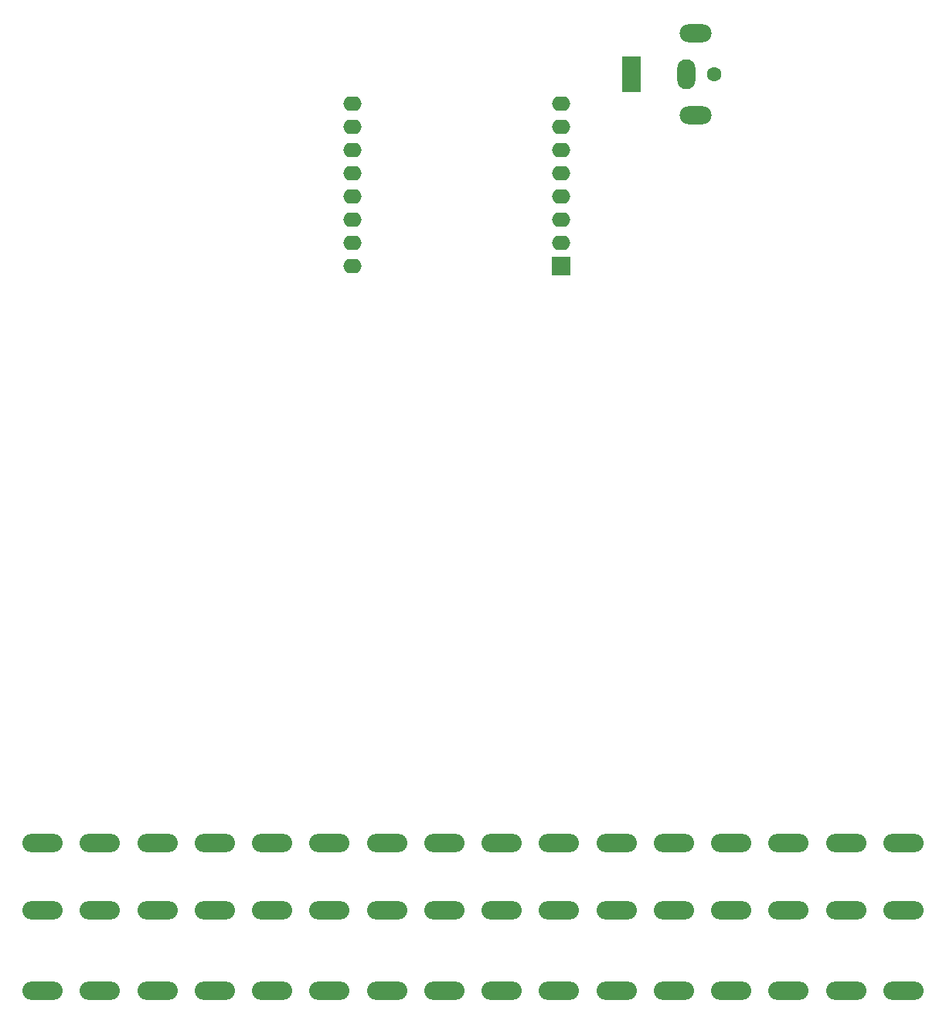
<source format=gbr>
%TF.GenerationSoftware,KiCad,Pcbnew,8.0.5*%
%TF.CreationDate,2025-03-09T15:17:30+08:00*%
%TF.ProjectId,hardware,68617264-7761-4726-952e-6b696361645f,rev?*%
%TF.SameCoordinates,Original*%
%TF.FileFunction,Soldermask,Bot*%
%TF.FilePolarity,Negative*%
%FSLAX46Y46*%
G04 Gerber Fmt 4.6, Leading zero omitted, Abs format (unit mm)*
G04 Created by KiCad (PCBNEW 8.0.5) date 2025-03-09 15:17:30*
%MOMM*%
%LPD*%
G01*
G04 APERTURE LIST*
%ADD10C,1.600000*%
%ADD11R,2.000000X4.000000*%
%ADD12O,2.000000X3.300000*%
%ADD13O,3.500000X2.000000*%
%ADD14R,2.000000X2.000000*%
%ADD15O,2.000000X1.600000*%
%ADD16O,4.404000X2.004000*%
G04 APERTURE END LIST*
D10*
%TO.C,J2*%
X246000000Y-49800000D03*
D11*
X237000000Y-49800000D03*
D12*
X243000000Y-49800000D03*
D13*
X244000000Y-54300000D03*
X244000000Y-45300000D03*
%TD*%
D14*
%TO.C,U1*%
X229290000Y-70800000D03*
D15*
X229290000Y-68260000D03*
X229290000Y-65720000D03*
X229290000Y-63180000D03*
X229290000Y-60640000D03*
X229290000Y-58100000D03*
X229290000Y-55560000D03*
X229290000Y-53020000D03*
X206430000Y-53020000D03*
X206430000Y-55560000D03*
X206430000Y-58100000D03*
X206430000Y-60640000D03*
X206430000Y-63180000D03*
X206430000Y-65720000D03*
X206430000Y-68260000D03*
X206430000Y-70800000D03*
%TD*%
D16*
%TO.C,SW6*%
X203893340Y-150100000D03*
X203893340Y-134000000D03*
X203893340Y-141300000D03*
%TD*%
%TO.C,SW11*%
X235326670Y-150100000D03*
X235326670Y-134000000D03*
X235326670Y-141300000D03*
%TD*%
%TO.C,SW12*%
X241613336Y-150100000D03*
X241613336Y-134000000D03*
X241613336Y-141300000D03*
%TD*%
%TO.C,SW14*%
X254186668Y-150100000D03*
X254186668Y-134000000D03*
X254186668Y-141300000D03*
%TD*%
%TO.C,SW7*%
X210180006Y-150100000D03*
X210180006Y-134000000D03*
X210180006Y-141300000D03*
%TD*%
%TO.C,SW4*%
X191320008Y-150100000D03*
X191320008Y-134000000D03*
X191320008Y-141300000D03*
%TD*%
%TO.C,SW15*%
X260473334Y-150100000D03*
X260473334Y-134000000D03*
X260473334Y-141300000D03*
%TD*%
%TO.C,SW10*%
X229040004Y-150100000D03*
X229040004Y-134000000D03*
X229040004Y-141300000D03*
%TD*%
%TO.C,SW8*%
X216466672Y-150100000D03*
X216466672Y-134000000D03*
X216466672Y-141300000D03*
%TD*%
%TO.C,SW9*%
X222753338Y-150100000D03*
X222753338Y-134000000D03*
X222753338Y-141300000D03*
%TD*%
%TO.C,SW16*%
X266760000Y-150100000D03*
X266760000Y-134000000D03*
X266760000Y-141300000D03*
%TD*%
%TO.C,SW2*%
X178746676Y-150100000D03*
X178746676Y-134000000D03*
X178746676Y-141300000D03*
%TD*%
%TO.C,SW5*%
X197606674Y-150100000D03*
X197606674Y-134000000D03*
X197606674Y-141300000D03*
%TD*%
%TO.C,SW13*%
X247900002Y-150100000D03*
X247900002Y-134000000D03*
X247900002Y-141300000D03*
%TD*%
%TO.C,SW1*%
X172460010Y-150100000D03*
X172460010Y-134000000D03*
X172460010Y-141300000D03*
%TD*%
%TO.C,SW3*%
X185033342Y-150100000D03*
X185033342Y-134000000D03*
X185033342Y-141300000D03*
%TD*%
M02*

</source>
